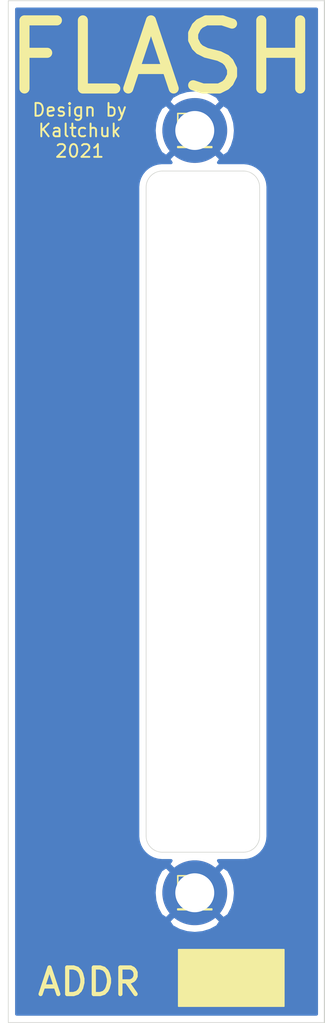
<source format=kicad_pcb>
(kicad_pcb (version 20211014) (generator pcbnew)
  (layers (0 "F.Cu" signal) (31 "B.Cu" signal) (34 "B.Paste" user) (35 "F.Paste" user) (36 "B.SilkS" user "B.Silkscreen") (37 "F.SilkS" user "F.Silkscreen") (38 "B.Mask" user) (39 "F.Mask" user) (44 "Edge.Cuts" user))
  (net 0 "")
  (footprint "Connector_PinHeader_2.54mm:PinHeader_1x01_P2.54mm_Vertical" (layer "F.Cu") (at 142.367 126.619)
    (fp_text reference "J2" hide)
    (fp_text value "fixing bolt" hide)
    (fp_line (start 1.33 1.27) (end 1.33 1.33) (layer "F.SilkS") (width 0.12))
    (fp_line (start -1.33 0) (end -1.33 -1.33) (layer "F.SilkS") (width 0.12))
    (fp_line (start -1.33 1.27) (end 1.33 1.27) (layer "F.SilkS") (width 0.12))
    (fp_line (start -1.33 1.33) (end 1.33 1.33) (layer "F.SilkS") (width 0.12))
    (fp_line (start -1.33 -1.33) (end 0 -1.33) (layer "F.SilkS") (width 0.12))
    (fp_line (start -1.33 1.27) (end -1.33 1.33) (layer "F.SilkS") (width 0.12))
    (pad "1" thru_hole circle locked (at 0 0) (size 5.08 5.08) (drill 3.048) (layers *.Cu *.Mask))
  )
  (footprint "Connector_PinHeader_2.54mm:PinHeader_1x01_P2.54mm_Vertical" (layer "F.Cu") (at 142.367 66.929)
    (fp_text reference "J1" hide)
    (fp_text value "fixing bolt" hide)
    (fp_line (start 1.33 1.27) (end 1.33 1.33) (layer "F.SilkS") (width 0.12))
    (fp_line (start -1.33 0) (end -1.33 -1.33) (layer "F.SilkS") (width 0.12))
    (fp_line (start -1.33 1.33) (end 1.33 1.33) (layer "F.SilkS") (width 0.12))
    (fp_line (start -1.33 1.27) (end -1.33 1.33) (layer "F.SilkS") (width 0.12))
    (fp_line (start -1.33 1.27) (end 1.33 1.27) (layer "F.SilkS") (width 0.12))
    (fp_line (start -1.33 -1.33) (end 0 -1.33) (layer "F.SilkS") (width 0.12))
    (pad "1" thru_hole circle locked (at 0 0) (size 5.08 5.08) (drill 3.048) (layers *.Cu *.Mask))
  )
  (gr_poly (pts (xy 149.352 135.509) (xy 141.097 135.509) (xy 141.097 131.064) (xy 149.352 131.064)) (layer "F.SilkS") (width 0.1) (fill solid))
  (gr_line (start 147.447 71.374) (end 147.447 122.174) (layer "Edge.Cuts") (width 0.05))
  (gr_line (start 152.527 56.769) (end 152.527 136.779) (layer "Edge.Cuts") (width 0.1))
  (gr_arc (start 147.447 122.174) (mid 147.075026 123.072026) (end 146.177 123.444) (layer "Edge.Cuts") (width 0.05))
  (gr_arc (start 139.827 123.444) (mid 138.928974 123.072026) (end 138.557 122.174) (layer "Edge.Cuts") (width 0.05))
  (gr_line (start 127.762 136.779) (end 152.527 136.779) (layer "Edge.Cuts") (width 0.05))
  (gr_line (start 127.762 56.769) (end 152.527 56.769) (layer "Edge.Cuts") (width 0.05))
  (gr_line (start 146.177 70.104) (end 139.827 70.104) (layer "Edge.Cuts") (width 0.05))
  (gr_arc (start 138.557 71.374) (mid 138.928974 70.475974) (end 139.827 70.104) (layer "Edge.Cuts") (width 0.05))
  (gr_line (start 146.177 123.444) (end 139.827 123.444) (layer "Edge.Cuts") (width 0.05))
  (gr_arc (start 146.177 70.104) (mid 147.075026 70.475974) (end 147.447 71.374) (layer "Edge.Cuts") (width 0.05))
  (gr_line (start 127.762 56.769) (end 127.762 136.779) (layer "Edge.Cuts") (width 0.05))
  (gr_line (start 138.557 122.174) (end 138.557 71.374) (layer "Edge.Cuts") (width 0.05))
  (gr_text "FLASH" (at 139.827 61.214) (layer "F.SilkS") (effects (font (size 5.334 5.334) (thickness 0.7874))))
  (gr_text "ADDR" (at 134.112 133.604) (layer "F.SilkS") (effects (font (size 2.0828 2.0828) (thickness 0.3302))))
  (gr_text "Design by\nKaltchuk\n2021" (at 133.35 66.929) (layer "F.SilkS") (effects (font (size 1 1))))
  (zone (net 0) (net_name "") (layer "B.Cu") (connect_pads (clearance 0.508)) (min_thickness 0.254) (fill yes (thermal_gap 0.508) (thermal_bridge_width 0.508))
    (polygon (pts (xy 127.762 56.769) (xy 152.019 56.769) (xy 152.019 136.779) (xy 127.762 136.779)))
  )
)
</source>
